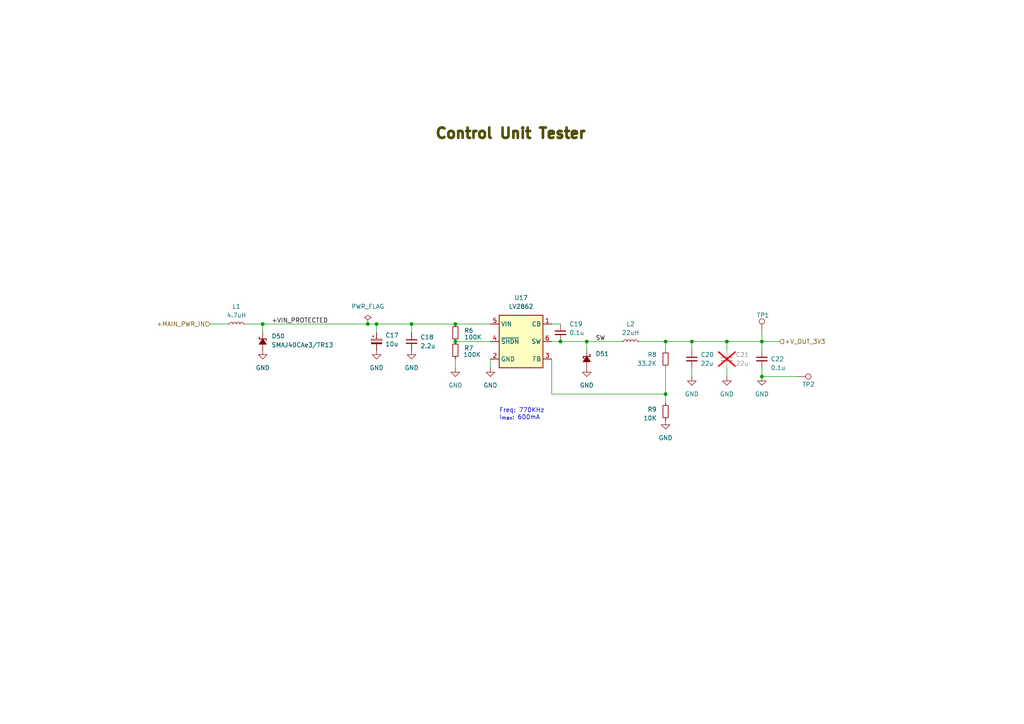
<source format=kicad_sch>
(kicad_sch (version 20250114) (generator "eeschema") (generator_version "9.0")
  (paper "A4")
  (title_block (title "Control Unit Tester") (date "2025-10-21") (rev "2"))
  (lib_symbols
    (symbol "Connector:TestPoint" (pin_numbers (hide yes)) (pin_names (offset 0.762) (hide yes))
      (property "Reference" "TP" (at 0 6.858 0))
      (property "Value" "TestPoint" (at 0 5.08 0))
      (symbol "TestPoint_0_1"
        (circle (center 0 3.302) (radius 0.762))
      )
      (symbol "TestPoint_1_1"
        (pin passive line (at 0 0 90) (length 2.54) (name "1") (number "1"))
      )
    )
    (symbol "Device:C_Polarized_Small" (pin_numbers (hide yes)) (pin_names (offset 0.254) (hide yes))
      (property "Reference" "C" (at 0.254 1.778 0))
      (property "Value" "C_Polarized_Small" (at 0.254 -2.032 0))
      (symbol "C_Polarized_Small_0_1"
        (rectangle (start -1.524 0.6858) (end 1.524 0.3048))
        (rectangle (start -1.524 -0.3048) (end 1.524 -0.6858) (fill (type outline)))
        (polyline (pts (xy -1.27 1.524) (xy -0.762 1.524)))
        (polyline (pts (xy -1.016 1.27) (xy -1.016 1.778)))
      )
      (symbol "C_Polarized_Small_1_1"
        (pin passive line (at 0 2.54 270) (length 1.8542) (name "~") (number "1"))
        (pin passive line (at 0 -2.54 90) (length 1.8542) (name "~") (number "2"))
      )
    )
    (symbol "Device:C_Small" (pin_numbers (hide yes)) (pin_names (offset 0.254) (hide yes))
      (property "Reference" "C" (at 0.254 1.778 0))
      (property "Value" "C_Small" (at 0.254 -2.032 0))
      (symbol "C_Small_0_1"
        (polyline (pts (xy -1.524 0.508) (xy 1.524 0.508)) (stroke (width 0.3048)))
        (polyline (pts (xy -1.524 -0.508) (xy 1.524 -0.508)) (stroke (width 0.3302)))
      )
      (symbol "C_Small_1_1"
        (pin passive line (at 0 2.54 270) (length 2.032) (name "~") (number "1"))
        (pin passive line (at 0 -2.54 90) (length 2.032) (name "~") (number "2"))
      )
    )
    (symbol "Device:D_Schottky_Small_Filled" (pin_numbers (hide yes)) (pin_names (offset 0.254) (hide yes))
      (property "Reference" "D" (at -1.27 2.032 0))
      (property "Value" "D_Schottky_Small_Filled" (at -7.112 -2.032 0))
      (symbol "D_Schottky_Small_Filled_0_1"
        (polyline (pts (xy -1.27 0.762) (xy -1.27 1.016) (xy -0.762 1.016) (xy -0.762 -1.016) (xy -0.254 -1.016) (xy -0.254 -0.762)) (stroke (width 0.254)))
        (polyline (pts (xy -0.762 0) (xy 0.762 0)))
        (polyline (pts (xy 0.762 -1.016) (xy -0.762 0) (xy 0.762 1.016) (xy 0.762 -1.016)) (stroke (width 0.254)) (fill (type outline)))
      )
      (symbol "D_Schottky_Small_Filled_1_1"
        (pin passive line (at -2.54 0 0) (length 1.778) (name "K") (number "1"))
        (pin passive line (at 2.54 0 180) (length 1.778) (name "A") (number "2"))
      )
    )
    (symbol "Device:L_Small" (pin_numbers (hide yes)) (pin_names (offset 0.254) (hide yes))
      (property "Reference" "L" (at 0.762 1.016 0))
      (property "Value" "L_Small" (at 0.762 -1.016 0))
      (symbol "L_Small_0_1"
        (arc (start 0 2.032) (mid 0.5058 1.524) (end 0 1.016))
        (arc (start 0 1.016) (mid 0.5058 0.508) (end 0 0))
        (arc (start 0 0) (mid 0.5058 -0.508) (end 0 -1.016))
        (arc (start 0 -1.016) (mid 0.5058 -1.524) (end 0 -2.032))
      )
      (symbol "L_Small_1_1"
        (pin passive line (at 0 2.54 270) (length 0.508) (name "~") (number "1"))
        (pin passive line (at 0 -2.54 90) (length 0.508) (name "~") (number "2"))
      )
    )
    (symbol "Device:R_Small" (pin_numbers (hide yes)) (pin_names (offset 0.254) (hide yes))
      (property "Reference" "R" (at 0 0 90))
      (property "Value" "R_Small" (at 1.778 0 90))
      (symbol "R_Small_0_1"
        (rectangle (start -0.762 1.778) (end 0.762 -1.778) (stroke (width 0.2032)))
      )
      (symbol "R_Small_1_1"
        (pin passive line (at 0 2.54 270) (length 0.762) (name "~") (number "1"))
        (pin passive line (at 0 -2.54 90) (length 0.762) (name "~") (number "2"))
      )
    )
    (symbol "My_Libraries:D_TVS" (pin_numbers (hide yes)) (pin_names (hide yes))
      (property "Reference" "D" (at -2.54 5.08 0))
      (property "Value" "D_TVS" (at -2.54 2.54 0))
      (symbol "D_TVS_0_1"
        (polyline (pts (xy -1.2954 -1.016) (xy -0.7874 -1.016)) (stroke (width 0.254)))
        (polyline (pts (xy -0.254 1.016) (xy -0.762 1.016) (xy -0.762 -1.016)) (stroke (width 0.254)))
        (polyline (pts (xy 0.762 1.016) (xy -0.762 0) (xy 0.762 -1.016) (xy 0.762 1.016)) (stroke (width 0.254)) (fill (type outline)))
        (polyline (pts (xy 0.762 0) (xy -0.762 0)))
      )
      (symbol "D_TVS_1_1"
        (pin passive line (at -2.54 0 0) (length 1.778) (name "K") (number "1"))
        (pin passive line (at 2.54 0 180) (length 1.778) (name "A") (number "2"))
      )
    )
    (symbol "My_Libraries:LV2862x"
      (property "Reference" "U" (at -1.27 11.43 0))
      (property "Value" "LV2862x" (at -1.27 8.89 0))
      (symbol "LV2862x_1_1"
        (rectangle (start -7.62 7.62) (end 5.08 -7.62) (stroke (width 0.254)) (fill (type background)))
        (pin power_in line (at -10.16 5.08 0) (length 2.54) (name "VIN") (number "5"))
        (pin passive line (at -10.16 0 0) (length 2.54) (name "~{SHDN}") (number "4"))
        (pin passive line (at -10.16 -5.08 0) (length 2.54) (name "GND") (number "2"))
        (pin passive line (at 7.62 5.08 180) (length 2.54) (name "CB") (number "1"))
        (pin passive line (at 7.62 0 180) (length 2.54) (name "SW") (number "6"))
        (pin passive line (at 7.62 -5.08 180) (length 2.54) (name "FB") (number "3"))
      )
    )
    (symbol "power:GND" (power) (pin_numbers (hide yes)) (pin_names (offset 0) (hide yes))
      (property "Value" "GND" (at 0 -3.81 0))
      (symbol "GND_0_1"
        (polyline (pts (xy 0 0) (xy 0 -1.27) (xy 1.27 -1.27) (xy 0 -2.54) (xy -1.27 -1.27) (xy 0 -1.27)))
      )
      (symbol "GND_1_1"
        (pin power_in line (at 0 0 270) (length 0) (name "~") (number "1"))
      )
    )
    (symbol "power:PWR_FLAG" (power) (pin_numbers (hide yes)) (pin_names (offset 0) (hide yes))
      (property "Value" "PWR_FLAG" (at 0 3.81 0))
      (symbol "PWR_FLAG_0_0"
        (pin power_out line (at 0 0 90) (length 0) (name "pwr") (number "1"))
      )
      (symbol "PWR_FLAG_0_1"
        (polyline (pts (xy 0 0) (xy 0 1.27) (xy -1.016 1.905) (xy 0 2.54) (xy 1.016 1.905) (xy 0 1.27)))
      )
    )
  )
  (text "${TITLE}" (at 125.984 40.64 0) (effects (font (size 3 3) (thickness 0.8) (bold yes)) (justify left bottom)))
  (text "Freq: 770KHz\nI_{max}: 600mA" (at 144.78 121.92 0) (effects (font (size 1.27 1.27)) (justify left bottom)))
  (junction (at 162.56 99.06))
  (junction (at 170.18 99.06))
  (junction (at 193.04 99.06))
  (junction (at 210.82 99.06))
  (junction (at 106.68 93.98))
  (junction (at 200.66 99.06))
  (junction (at 119.38 93.98))
  (junction (at 220.98 99.06))
  (junction (at 193.04 114.3))
  (junction (at 109.22 93.98))
  (junction (at 220.98 109.22))
  (junction (at 132.08 93.98))
  (junction (at 76.2 93.98))
  (junction (at 132.08 99.06))
  (wire (pts (xy 210.82 99.06) (xy 210.82 101.6)))
  (wire (pts (xy 109.22 93.98) (xy 109.22 96.52)))
  (wire (pts (xy 160.02 93.98) (xy 162.56 93.98)))
  (wire (pts (xy 210.82 106.68) (xy 210.82 109.22)))
  (wire (pts (xy 119.38 93.98) (xy 119.38 96.52)))
  (wire (pts (xy 200.66 106.68) (xy 200.66 109.22)))
  (wire (pts (xy 60.96 93.98) (xy 66.04 93.98)))
  (wire (pts (xy 193.04 99.06) (xy 200.66 99.06)))
  (wire (pts (xy 193.04 106.68) (xy 193.04 114.3)))
  (wire (pts (xy 193.04 99.06) (xy 193.04 101.6)))
  (wire (pts (xy 220.98 96.52) (xy 220.98 99.06)))
  (wire (pts (xy 109.22 93.98) (xy 119.38 93.98)))
  (wire (pts (xy 220.98 109.22) (xy 231.14 109.22)))
  (wire (pts (xy 170.18 99.06) (xy 170.18 101.6)))
  (wire (pts (xy 142.24 104.14) (xy 142.24 106.68)))
  (wire (pts (xy 119.38 93.98) (xy 132.08 93.98)))
  (wire (pts (xy 132.08 99.06) (xy 142.24 99.06)))
  (wire (pts (xy 132.08 93.98) (xy 142.24 93.98)))
  (wire (pts (xy 160.02 104.14) (xy 160.02 114.3)))
  (wire (pts (xy 170.18 99.06) (xy 180.34 99.06)))
  (wire (pts (xy 160.02 99.06) (xy 162.56 99.06)))
  (wire (pts (xy 132.08 104.14) (xy 132.08 106.68)))
  (wire (pts (xy 193.04 114.3) (xy 160.02 114.3)))
  (wire (pts (xy 220.98 99.06) (xy 226.06 99.06)))
  (wire (pts (xy 185.42 99.06) (xy 193.04 99.06)))
  (wire (pts (xy 220.98 106.68) (xy 220.98 109.22)))
  (wire (pts (xy 76.2 96.52) (xy 76.2 93.98)))
  (wire (pts (xy 210.82 99.06) (xy 220.98 99.06)))
  (wire (pts (xy 200.66 99.06) (xy 210.82 99.06)))
  (wire (pts (xy 162.56 99.06) (xy 170.18 99.06)))
  (wire (pts (xy 106.68 93.98) (xy 109.22 93.98)))
  (wire (pts (xy 76.2 93.98) (xy 71.12 93.98)))
  (wire (pts (xy 193.04 114.3) (xy 193.04 116.84)))
  (wire (pts (xy 76.2 93.98) (xy 106.68 93.98)))
  (wire (pts (xy 200.66 101.6) (xy 200.66 99.06)))
  (wire (pts (xy 220.98 99.06) (xy 220.98 101.6)))
  (label "SW" (at 172.72 99.06 0))
  (label "+VIN_PROTECTED" (at 78.74 93.98 0))
  (hierarchical_label "+MAIN_PWR_IN" (shape input) (at 60.96 93.98 180))
  (hierarchical_label "+V_OUT_3V3" (shape input) (at 226.06 99.06 0))
  (symbol (lib_id "power:GND") (at 200.66 109.22 0) (unit 1)
    (property "Reference" "#PWR0151" (effects (hide yes)))
    (property "Value" "GND" (at 200.66 114.3 0))
    (property "Description" "Power symbol creates a global label with name \"GND\" , ground" (effects (hide yes)))
  )
  (symbol (lib_id "Device:L_Small") (at 182.88 99.06 90) (unit 1)
    (property "Reference" "L2" (at 182.88 93.98 90))
    (property "Value" "22uH" (at 182.88 96.52 90))
    (property "Footprint" "Inductor_SMD:L_Taiyo-Yuden_NR-50xx" (effects (hide yes)))
    (property "PartkeeprID" "44" (effects (hide yes)))
  )
  (symbol (lib_id "My_Libraries:LV2862x") (at 152.4 99.06 0) (unit 1)
    (property "Reference" "U17" (at 151.13 86.36 0))
    (property "Value" "LV2862" (at 151.13 88.9 0))
    (property "Footprint" "Package_TO_SOT_SMD:SOT-23-6" (effects (hide yes)))
    (property "Datasheet" "https://www.ti.com/lit/ds/symlink/lv2862.pdf" (effects (hide yes)))
    (property "PartkeeprID" "46" (effects (hide yes)))
  )
  (symbol (lib_id "power:GND") (at 170.18 106.68 0) (unit 1)
    (property "Reference" "#PWR0149" (effects (hide yes)))
    (property "Value" "GND" (at 170.18 111.76 0))
    (property "Description" "Power symbol creates a global label with name \"GND\" , ground" (effects (hide yes)))
  )
  (symbol (lib_id "power:GND") (at 76.2 101.6 0) (unit 1)
    (property "Reference" "#PWR0144" (effects (hide yes)))
    (property "Value" "GND" (at 76.2 106.68 0))
    (property "Description" "Power symbol creates a global label with name \"GND\" , ground" (effects (hide yes)))
  )
  (symbol (lib_id "power:GND") (at 142.24 106.68 0) (unit 1)
    (property "Reference" "#PWR0148" (effects (hide yes)))
    (property "Value" "GND" (at 142.24 111.76 0))
    (property "Description" "Power symbol creates a global label with name \"GND\" , ground" (effects (hide yes)))
  )
  (symbol (lib_id "Connector:TestPoint") (at 231.14 109.22 270) (unit 1) (in_bom no)
    (property "Reference" "TP2" (at 232.664 111.506 90) (effects (justify left)))
    (property "Value" "TestPoint" (effects (hide yes)))
    (property "Footprint" "TestPoint:TestPoint_Pad_D1.5mm" (effects (hide yes)))
  )
  (symbol (lib_id "Device:C_Small") (at 119.38 99.06 0) (unit 1)
    (property "Reference" "C18" (at 121.92 97.7963 0) (effects (justify left)))
    (property "Value" "2.2u" (at 121.92 100.3363 0) (effects (justify left)))
    (property "Footprint" "Capacitor_SMD:C_1210_3225Metric" (effects (hide yes)))
  )
  (symbol (lib_id "Device:C_Small") (at 210.82 104.14 0) (unit 1) (dnp yes)
    (property "Reference" "C21" (at 213.36 102.8763 0) (effects (justify left)))
    (property "Value" "22u" (at 213.36 105.4163 0) (effects (justify left)))
    (property "Footprint" "Capacitor_SMD:C_1210_3225Metric" (effects (hide yes)))
    (property "PartkeeprID" "45" (effects (hide yes)))
  )
  (symbol (lib_id "power:GND") (at 220.98 109.22 0) (unit 1)
    (property "Reference" "#PWR0153" (effects (hide yes)))
    (property "Value" "GND" (at 220.98 114.3 0))
    (property "Description" "Power symbol creates a global label with name \"GND\" , ground" (effects (hide yes)))
  )
  (symbol (lib_id "My_Libraries:D_TVS") (at 76.2 99.06 270) (unit 1)
    (property "Reference" "D50" (at 78.74 97.5233 90) (effects (justify left)))
    (property "Value" "SMAJ40CAe3/TR13" (at 78.74 100.0633 90) (effects (justify left)))
    (property "Footprint" "Diode_SMD:D_SMA" (effects (hide yes)))
  )
  (symbol (lib_id "power:GND") (at 210.82 109.22 0) (unit 1)
    (property "Reference" "#PWR0152" (effects (hide yes)))
    (property "Value" "GND" (at 210.82 114.3 0))
    (property "Description" "Power symbol creates a global label with name \"GND\" , ground" (effects (hide yes)))
  )
  (symbol (lib_id "Device:R_Small") (at 132.08 96.52 180) (unit 1)
    (property "Reference" "R6" (at 134.62 95.885 0) (effects (justify right)))
    (property "Value" "100K" (at 134.62 97.79 0) (effects (justify right)))
    (property "Footprint" "Resistor_SMD:R_0603_1608Metric" (effects (hide yes)))
    (property "Description" "Resistor, small symbol" (effects (hide yes)))
    (property "PartkeeprID" "47" (effects (hide yes)))
  )
  (symbol (lib_id "Device:D_Schottky_Small_Filled") (at 170.18 104.14 270) (unit 1)
    (property "Reference" "D51" (at 172.72 102.616 90) (effects (justify left)))
    (property "Value" "SBR3U60P1Q-7" (effects (hide yes)))
    (property "Footprint" "Diode_SMD:D_PowerDI-123" (effects (hide yes)))
  )
  (symbol (lib_id "Device:L_Small") (at 68.58 93.98 90) (unit 1)
    (property "Reference" "L1" (at 68.58 88.9 90))
    (property "Value" "4.7uH" (at 68.58 91.44 90))
    (property "Footprint" "My_Footprints:L_TDK_VLS252012HBX" (effects (hide yes)))
    (property "PartkeeprID" "44" (effects (hide yes)))
  )
  (symbol (lib_id "Device:C_Small") (at 220.98 104.14 0) (unit 1)
    (property "Reference" "C22" (at 223.52 104.14 0) (effects (justify left)))
    (property "Value" "0.1u" (at 223.52 106.68 0) (effects (justify left)))
    (property "Footprint" "Capacitor_SMD:C_0603_1608Metric" (effects (hide yes)))
    (property "PartkeeprID" "50" (effects (hide yes)))
  )
  (symbol (lib_id "power:PWR_FLAG") (at 106.68 93.98 0) (unit 1)
    (property "Reference" "#FLG04" (effects (hide yes)))
    (property "Value" "PWR_FLAG" (at 106.68 88.9 0))
  )
  (symbol (lib_id "Device:C_Small") (at 200.66 104.14 0) (unit 1)
    (property "Reference" "C20" (at 203.2 102.8763 0) (effects (justify left)))
    (property "Value" "22u" (at 203.2 105.4163 0) (effects (justify left)))
    (property "Footprint" "Capacitor_SMD:C_1210_3225Metric" (effects (hide yes)))
    (property "PartkeeprID" "45" (effects (hide yes)))
  )
  (symbol (lib_id "power:GND") (at 193.04 121.92 0) (unit 1)
    (property "Reference" "#PWR0150" (effects (hide yes)))
    (property "Value" "GND" (at 193.04 127 0))
    (property "Description" "Power symbol creates a global label with name \"GND\" , ground" (effects (hide yes)))
  )
  (symbol (lib_id "Device:R_Small") (at 193.04 119.38 0) (mirror x) (unit 1)
    (property "Reference" "R9" (at 190.5 118.745 0) (effects (justify right)))
    (property "Value" "10K" (at 190.5 121.285 0) (effects (justify right)))
    (property "Footprint" "Resistor_SMD:R_0603_1608Metric" (effects (hide yes)))
    (property "Description" "Resistor, small symbol" (effects (hide yes)))
    (property "PartkeeprID" "48" (effects (hide yes)))
  )
  (symbol (lib_id "Device:R_Small") (at 132.08 101.6 180) (unit 1)
    (property "Reference" "R7" (at 134.62 100.965 0) (effects (justify right)))
    (property "Value" "100K" (at 134.366 102.87 0) (effects (justify right)))
    (property "Footprint" "Resistor_SMD:R_0603_1608Metric" (effects (hide yes)))
    (property "Description" "Resistor, small symbol" (effects (hide yes)))
    (property "PartkeeprID" "47" (effects (hide yes)))
  )
  (symbol (lib_id "Device:C_Small") (at 162.56 96.52 0) (unit 1)
    (property "Reference" "C19" (at 165.1 93.98 0) (effects (justify left)))
    (property "Value" "0.1u" (at 165.1 96.52 0) (effects (justify left)))
    (property "Footprint" "Capacitor_SMD:C_0603_1608Metric" (effects (hide yes)))
    (property "PartkeeprID" "50" (effects (hide yes)))
  )
  (symbol (lib_id "power:GND") (at 119.38 101.6 0) (unit 1)
    (property "Reference" "#PWR0146" (effects (hide yes)))
    (property "Value" "GND" (at 119.38 106.68 0))
    (property "Description" "Power symbol creates a global label with name \"GND\" , ground" (effects (hide yes)))
  )
  (symbol (lib_id "Device:C_Polarized_Small") (at 109.22 99.06 0) (unit 1)
    (property "Reference" "C17" (at 111.76 97.2439 0) (effects (justify left)))
    (property "Value" "10u" (at 111.76 99.7839 0) (effects (justify left)))
    (property "Footprint" "Capacitor_SMD:CP_Elec_5x5.3" (effects (hide yes)))
  )
  (symbol (lib_id "Device:R_Small") (at 193.04 104.14 0) (mirror x) (unit 1)
    (property "Reference" "R8" (at 190.5 102.8699 0) (effects (justify right)))
    (property "Value" "33.2K" (at 190.5 105.4099 0) (effects (justify right)))
    (property "Footprint" "Resistor_SMD:R_0603_1608Metric" (effects (hide yes)))
    (property "Description" "Resistor, small symbol" (effects (hide yes)))
    (property "PartkeeprID" "49" (effects (hide yes)))
  )
  (symbol (lib_id "power:GND") (at 132.08 106.68 0) (unit 1)
    (property "Reference" "#PWR0147" (effects (hide yes)))
    (property "Value" "GND" (at 132.08 111.76 0))
    (property "Description" "Power symbol creates a global label with name \"GND\" , ground" (effects (hide yes)))
  )
  (symbol (lib_id "Connector:TestPoint") (at 220.98 96.52 0) (unit 1) (in_bom no)
    (property "Reference" "TP1" (at 219.456 91.44 0) (effects (justify left)))
    (property "Value" "TestPoint" (effects (hide yes)))
    (property "Footprint" "TestPoint:TestPoint_Pad_D1.5mm" (effects (hide yes)))
  )
  (symbol (lib_id "power:GND") (at 109.22 101.6 0) (unit 1)
    (property "Reference" "#PWR0145" (effects (hide yes)))
    (property "Value" "GND" (at 109.22 106.68 0))
    (property "Description" "Power symbol creates a global label with name \"GND\" , ground" (effects (hide yes)))
  )
)
</source>
